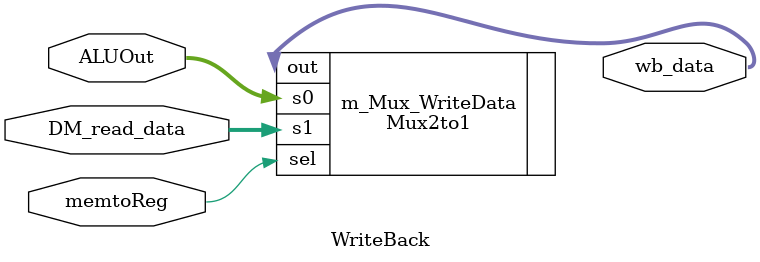
<source format=v>
`timescale 1ns / 1ps


module WriteBack #(parameter width=32)(
input memtoReg,
input [width-1:0] ALUOut,DM_read_data,
output [width-1:0] wb_data
    );
    
Mux2to1 #(.size(32)) m_Mux_WriteData(
    .sel(memtoReg),
    .s0(ALUOut),
    .s1(DM_read_data),
    .out(wb_data)
);    
    
endmodule

</source>
